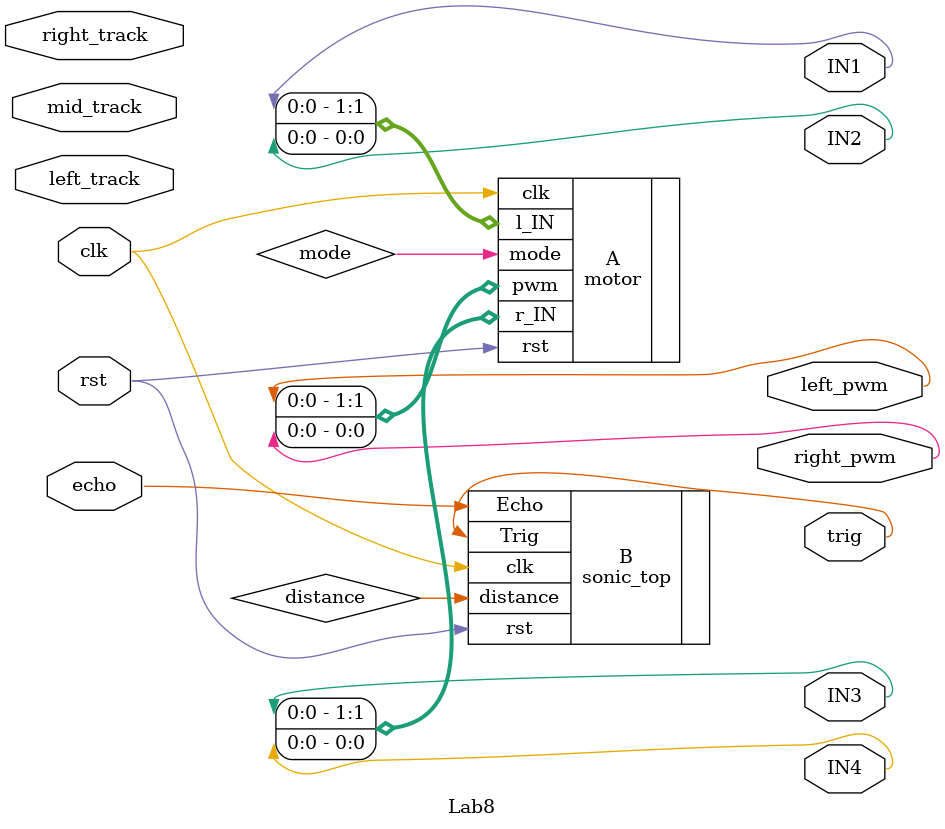
<source format=v>
module Lab8(
    input clk,
    input rst,
    input echo,
    input left_track,
    input right_track,
    input mid_track,
    output trig,
    output IN1,
    output IN2,
    output IN3, 
    output IN4,
    output left_pwm,
    output right_pwm,
    // You may modify or add more input/ouput yourself.
);
    // We have connected the motor and sonic_top modules in the template file for you.
    // TODO: control the motors with the information you get from ultrasonic sensor and 3-way track sensor.
    motor A(
        .clk(clk),
        .rst(rst),
        .mode(mode),
        .pwm({left_pwm, right_pwm}),
        .l_IN({IN1, IN2}),
        .r_IN({IN3, IN4})
    );

    sonic_top B(
        .clk(clk), 
        .rst(rst), 
        .Echo(echo), 
        .Trig(trig),
        .distance(distance)
    );

endmodule
</source>
